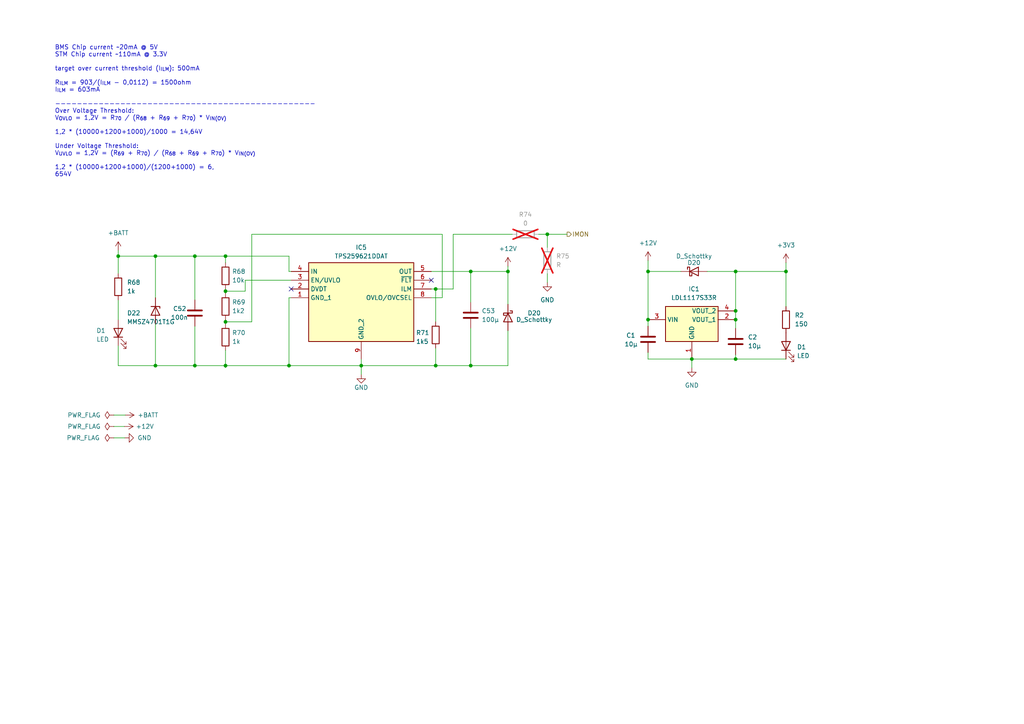
<source format=kicad_sch>
(kicad_sch (version 20230121) (generator eeschema)
  (paper "A4")
  (lib_symbols
    (symbol "Device:C" (pin_numbers hide) (pin_names (offset 0.254))
      (property "Reference" "C" (at 0.635 2.54 0))
      (property "Value" "C" (at 0.635 -2.54 0))
      (symbol "C_0_1"
        (polyline (pts (xy -2.032 -0.762) (xy 2.032 -0.762)) (stroke (width 0.508)))
        (polyline (pts (xy -2.032 0.762) (xy 2.032 0.762)) (stroke (width 0.508)))
      )
      (symbol "C_1_1"
        (pin passive line (at 0 3.81 270) (length 2.794) (name "~") (number "1"))
        (pin passive line (at 0 -3.81 90) (length 2.794) (name "~") (number "2"))
      )
    )
    (symbol "Device:D_Schottky" (pin_numbers hide) (pin_names (offset 1.016) hide)
      (property "Reference" "D" (at 0 2.54 0))
      (property "Value" "D_Schottky" (at 0 -2.54 0))
      (symbol "D_Schottky_0_1"
        (polyline (pts (xy 1.27 0) (xy -1.27 0)))
        (polyline (pts (xy 1.27 1.27) (xy 1.27 -1.27) (xy -1.27 0) (xy 1.27 1.27)) (stroke (width 0.254)))
        (polyline (pts (xy -1.905 0.635) (xy -1.905 1.27) (xy -1.27 1.27) (xy -1.27 -1.27) (xy -0.635 -1.27) (xy -0.635 -0.635)) (stroke (width 0.254)))
      )
      (symbol "D_Schottky_1_1"
        (pin passive line (at -3.81 0 0) (length 2.54) (name "K") (number "1"))
        (pin passive line (at 3.81 0 180) (length 2.54) (name "A") (number "2"))
      )
    )
    (symbol "Device:D_Zener" (pin_numbers hide) (pin_names (offset 1.016) hide)
      (property "Reference" "D" (at 0 2.54 0))
      (property "Value" "D_Zener" (at 0 -2.54 0))
      (symbol "D_Zener_0_1"
        (polyline (pts (xy 1.27 0) (xy -1.27 0)))
        (polyline (pts (xy -1.27 -1.27) (xy -1.27 1.27) (xy -0.762 1.27)) (stroke (width 0.254)))
        (polyline (pts (xy 1.27 -1.27) (xy 1.27 1.27) (xy -1.27 0) (xy 1.27 -1.27)) (stroke (width 0.254)))
      )
      (symbol "D_Zener_1_1"
        (pin passive line (at -3.81 0 0) (length 2.54) (name "K") (number "1"))
        (pin passive line (at 3.81 0 180) (length 2.54) (name "A") (number "2"))
      )
    )
    (symbol "Device:R" (pin_numbers hide) (pin_names (offset 0))
      (property "Reference" "R" (at 2.032 0 90))
      (property "Value" "R" (at 0 0 90))
      (symbol "R_0_1"
        (rectangle (start -1.016 -2.54) (end 1.016 2.54) (stroke (width 0.254)))
      )
      (symbol "R_1_1"
        (pin passive line (at 0 3.81 270) (length 1.27) (name "~") (number "1"))
        (pin passive line (at 0 -3.81 90) (length 1.27) (name "~") (number "2"))
      )
    )
    (symbol "FaSTTUBe_LEDs:0603_red" (pin_numbers hide) (pin_names (offset 1.016) hide)
      (property "Reference" "D" (at 0 2.54 0))
      (property "Value" "0603_red" (at 0 -3.81 0))
      (symbol "0603_red_0_1"
        (polyline (pts (xy -1.27 -1.27) (xy -1.27 1.27)) (stroke (width 0.254)))
        (polyline (pts (xy -1.27 0) (xy 1.27 0)))
        (polyline (pts (xy 1.27 -1.27) (xy 1.27 1.27) (xy -1.27 0) (xy 1.27 -1.27)) (stroke (width 0.254)))
        (polyline (pts (xy -3.048 -0.762) (xy -4.572 -2.286) (xy -3.81 -2.286) (xy -4.572 -2.286) (xy -4.572 -1.524)))
        (polyline (pts (xy -1.778 -0.762) (xy -3.302 -2.286) (xy -2.54 -2.286) (xy -3.302 -2.286) (xy -3.302 -1.524)))
      )
      (symbol "0603_red_1_1"
        (pin passive line (at -3.81 0 0) (length 2.54) (name "K") (number "1"))
        (pin passive line (at 3.81 0 180) (length 2.54) (name "A") (number "2"))
      )
    )
    (symbol "LDO:LDL1117S33R"
      (property "Reference" "IC7" (at 13.335 7.62 0))
      (property "Value" "LDL1117S33R" (at 13.335 5.08 0))
      (symbol "LDL1117S33R_1_1"
        (rectangle (start 5.08 2.54) (end 20.32 -7.62) (stroke (width 0.254)) (fill (type background)))
        (pin power_in line (at 12.7 -12.7 90) (length 5.08) (name "GND") (number "1"))
        (pin power_out line (at 25.4 -1.27 180) (length 5.08) (name "VOUT_1") (number "2"))
        (pin input line (at 0 -1.27 0) (length 5.08) (name "VIN") (number "3"))
        (pin passive line (at 25.4 1.27 180) (length 5.08) (name "VOUT_2") (number "4"))
      )
    )
    (symbol "TPS259621DDAT:TPS259621DDAT"
      (property "Reference" "IC5" (at 20.32 6.985 0))
      (property "Value" "TPS259621DDAT" (at 20.32 4.445 0))
      (symbol "TPS259621DDAT_1_1"
        (rectangle (start 5.08 2.54) (end 35.56 -20.32) (stroke (width 0.254)) (fill (type background)))
        (pin passive line (at 0 -7.62 0) (length 5.08) (name "GND_1") (number "1"))
        (pin passive line (at 0 -5.08 0) (length 5.08) (name "DVDT") (number "2"))
        (pin passive line (at 0 -2.54 0) (length 5.08) (name "EN/UVLO") (number "3"))
        (pin passive line (at 0 0 0) (length 5.08) (name "IN") (number "4"))
        (pin passive line (at 40.64 0 180) (length 5.08) (name "OUT") (number "5"))
        (pin passive line (at 40.64 -2.54 180) (length 5.08) (name "~{FLT}") (number "6"))
        (pin passive line (at 40.64 -5.08 180) (length 5.08) (name "ILM") (number "7"))
        (pin passive line (at 40.64 -7.62 180) (length 5.08) (name "OVLO/OVCSEL") (number "8"))
        (pin passive line (at 20.32 -25.4 90) (length 5.08) (name "GND_2") (number "9"))
      )
    )
    (symbol "power:+12V" (power) (pin_names (offset 0))
      (property "Value" "+12V" (at 0 3.556 0))
      (symbol "+12V_0_1"
        (polyline (pts (xy -0.762 1.27) (xy 0 2.54)))
        (polyline (pts (xy 0 0) (xy 0 2.54)))
        (polyline (pts (xy 0 2.54) (xy 0.762 1.27)))
      )
      (symbol "+12V_1_1"
        (pin power_in line (at 0 0 90) (length 0) hide (name "+12V") (number "1"))
      )
    )
    (symbol "power:+3V3" (power) (pin_names (offset 0))
      (property "Value" "+3V3" (at 0 3.556 0))
      (symbol "+3V3_0_1"
        (polyline (pts (xy -0.762 1.27) (xy 0 2.54)))
        (polyline (pts (xy 0 0) (xy 0 2.54)))
        (polyline (pts (xy 0 2.54) (xy 0.762 1.27)))
      )
      (symbol "+3V3_1_1"
        (pin power_in line (at 0 0 90) (length 0) hide (name "+3V3") (number "1"))
      )
    )
    (symbol "power:+BATT" (power) (pin_names (offset 0))
      (property "Value" "+BATT" (at 0 3.556 0))
      (symbol "+BATT_0_1"
        (polyline (pts (xy -0.762 1.27) (xy 0 2.54)))
        (polyline (pts (xy 0 0) (xy 0 2.54)))
        (polyline (pts (xy 0 2.54) (xy 0.762 1.27)))
      )
      (symbol "+BATT_1_1"
        (pin power_in line (at 0 0 90) (length 0) hide (name "+BATT") (number "1"))
      )
    )
    (symbol "power:GND" (power) (pin_names (offset 0))
      (property "Value" "GND" (at 0 -3.81 0))
      (symbol "GND_0_1"
        (polyline (pts (xy 0 0) (xy 0 -1.27) (xy 1.27 -1.27) (xy 0 -2.54) (xy -1.27 -1.27) (xy 0 -1.27)))
      )
      (symbol "GND_1_1"
        (pin power_in line (at 0 0 270) (length 0) hide (name "GND") (number "1"))
      )
    )
    (symbol "power:PWR_FLAG" (power) (pin_numbers hide) (pin_names (offset 0) hide)
      (property "Value" "PWR_FLAG" (at 0 3.81 0))
      (symbol "PWR_FLAG_0_0"
        (pin power_out line (at 0 0 90) (length 0) (name "pwr") (number "1"))
      )
      (symbol "PWR_FLAG_0_1"
        (polyline (pts (xy 0 0) (xy 0 1.27) (xy -1.016 1.905) (xy 0 2.54) (xy 1.016 1.905) (xy 0 1.27)))
      )
    )
  )
  (junction (at 187.96 78.74))
  (junction (at 147.32 78.74))
  (junction (at 65.405 74.295))
  (junction (at 65.405 93.345))
  (junction (at 34.29 74.295))
  (junction (at 65.405 84.455))
  (junction (at 227.965 78.74))
  (junction (at 65.405 106.045))
  (junction (at 136.525 106.045))
  (junction (at 213.36 104.14))
  (junction (at 213.36 78.74))
  (junction (at 136.525 78.74))
  (junction (at 126.365 106.045))
  (junction (at 56.515 74.295))
  (junction (at 104.775 106.045))
  (junction (at 213.36 90.17))
  (junction (at 56.515 106.045))
  (junction (at 187.96 92.71))
  (junction (at 45.085 106.045))
  (junction (at 126.365 83.82))
  (junction (at 83.82 106.045))
  (junction (at 213.36 92.71))
  (junction (at 200.66 104.14))
  (junction (at 158.75 67.945))
  (junction (at 45.085 74.295))
  (no_connect (at 84.455 83.82))
  (no_connect (at 125.095 81.28))
  (wire (pts (xy 104.775 108.585) (xy 104.775 106.045)))
  (wire (pts (xy 83.82 86.36) (xy 84.455 86.36)))
  (wire (pts (xy 65.405 106.045) (xy 65.405 106.68)))
  (wire (pts (xy 65.405 74.295) (xy 83.82 74.295)))
  (wire (pts (xy 65.405 106.045) (xy 83.82 106.045)))
  (wire (pts (xy 83.82 106.045) (xy 104.775 106.045)))
  (wire (pts (xy 45.085 74.295) (xy 56.515 74.295)))
  (wire (pts (xy 131.445 67.945) (xy 148.59 67.945)))
  (wire (pts (xy 34.29 74.295) (xy 34.29 72.644)))
  (wire (pts (xy 213.36 92.71) (xy 213.36 95.25)))
  (wire (pts (xy 65.405 92.71) (xy 65.405 93.345)))
  (wire (pts (xy 131.445 83.82) (xy 131.445 67.945)))
  (wire (pts (xy 73.025 67.945) (xy 128.27 67.945)))
  (wire (pts (xy 126.365 83.82) (xy 131.445 83.82)))
  (wire (pts (xy 65.405 84.455) (xy 65.405 85.09)))
  (wire (pts (xy 158.75 81.915) (xy 158.75 79.375)))
  (wire (pts (xy 147.32 106.045) (xy 136.525 106.045)))
  (wire (pts (xy 213.36 104.14) (xy 227.965 104.14)))
  (wire (pts (xy 136.525 95.25) (xy 136.525 106.045)))
  (wire (pts (xy 65.405 106.045) (xy 56.515 106.045)))
  (wire (pts (xy 71.12 81.28) (xy 71.12 84.455)))
  (wire (pts (xy 71.12 84.455) (xy 65.405 84.455)))
  (wire (pts (xy 187.96 102.235) (xy 187.96 104.14)))
  (wire (pts (xy 45.085 106.045) (xy 56.515 106.045)))
  (wire (pts (xy 187.96 104.14) (xy 200.66 104.14)))
  (wire (pts (xy 213.36 102.87) (xy 213.36 104.14)))
  (wire (pts (xy 65.405 101.6) (xy 65.405 106.045)))
  (wire (pts (xy 227.965 78.74) (xy 227.965 88.9)))
  (wire (pts (xy 65.405 76.2) (xy 65.405 74.295)))
  (wire (pts (xy 147.32 95.885) (xy 147.32 106.045)))
  (wire (pts (xy 147.32 77.216) (xy 147.32 78.74)))
  (wire (pts (xy 34.29 106.045) (xy 45.085 106.045)))
  (wire (pts (xy 200.66 104.14) (xy 200.66 106.68)))
  (wire (pts (xy 33.02 120.396) (xy 36.322 120.396)))
  (wire (pts (xy 213.36 90.17) (xy 213.36 92.71)))
  (wire (pts (xy 136.525 78.74) (xy 136.525 87.63)))
  (wire (pts (xy 56.515 74.295) (xy 65.405 74.295)))
  (wire (pts (xy 213.36 78.74) (xy 227.965 78.74)))
  (wire (pts (xy 227.965 76.2) (xy 227.965 78.74)))
  (wire (pts (xy 187.96 92.71) (xy 187.96 94.615)))
  (wire (pts (xy 128.27 67.945) (xy 128.27 86.36)))
  (wire (pts (xy 158.75 67.945) (xy 164.465 67.945)))
  (wire (pts (xy 147.32 78.74) (xy 147.32 88.265)))
  (wire (pts (xy 56.515 86.995) (xy 56.515 74.295)))
  (wire (pts (xy 158.75 71.755) (xy 158.75 67.945)))
  (wire (pts (xy 33.02 123.698) (xy 36.068 123.698)))
  (wire (pts (xy 83.82 86.36) (xy 83.82 106.045)))
  (wire (pts (xy 56.515 94.615) (xy 56.515 106.045)))
  (wire (pts (xy 125.095 83.82) (xy 126.365 83.82)))
  (wire (pts (xy 126.365 100.965) (xy 126.365 106.045)))
  (wire (pts (xy 213.36 104.14) (xy 200.66 104.14)))
  (wire (pts (xy 65.405 83.82) (xy 65.405 84.455)))
  (wire (pts (xy 187.96 75.565) (xy 187.96 78.74)))
  (wire (pts (xy 126.365 106.045) (xy 136.525 106.045)))
  (wire (pts (xy 33.02 127) (xy 36.195 127)))
  (wire (pts (xy 65.405 93.345) (xy 65.405 93.98)))
  (wire (pts (xy 187.96 78.74) (xy 197.485 78.74)))
  (wire (pts (xy 34.29 79.375) (xy 34.29 74.295)))
  (wire (pts (xy 73.025 93.345) (xy 73.025 67.945)))
  (wire (pts (xy 45.085 93.98) (xy 45.085 106.045)))
  (wire (pts (xy 187.96 78.74) (xy 187.96 92.71)))
  (wire (pts (xy 34.29 74.295) (xy 45.085 74.295)))
  (wire (pts (xy 34.29 86.995) (xy 34.29 92.71)))
  (wire (pts (xy 45.085 86.36) (xy 45.085 74.295)))
  (wire (pts (xy 83.82 74.295) (xy 83.82 78.74)))
  (wire (pts (xy 84.455 81.28) (xy 71.12 81.28)))
  (wire (pts (xy 34.29 100.33) (xy 34.29 106.045)))
  (wire (pts (xy 213.36 78.74) (xy 213.36 90.17)))
  (wire (pts (xy 104.775 104.14) (xy 104.775 106.045)))
  (wire (pts (xy 156.21 67.945) (xy 158.75 67.945)))
  (wire (pts (xy 126.365 83.82) (xy 126.365 93.345)))
  (wire (pts (xy 128.27 86.36) (xy 125.095 86.36)))
  (wire (pts (xy 65.405 93.345) (xy 73.025 93.345)))
  (wire (pts (xy 205.105 78.74) (xy 213.36 78.74)))
  (wire (pts (xy 136.525 78.74) (xy 147.32 78.74)))
  (wire (pts (xy 83.82 78.74) (xy 84.455 78.74)))
  (wire (pts (xy 104.775 106.045) (xy 126.365 106.045)))
  (wire (pts (xy 125.095 78.74) (xy 136.525 78.74)))
  (text "BMS Chip current ~20mA @ 5V\nSTM Chip current ~110mA @ 3.3V\n\ntarget over current threshold (I_{ILM}): 500mA\n\nR_{ILM} = 903/(I_{ILM} - 0,0112) = 1500ohm\nI_{ILM} = 603mA\n\n------------------------------------------------\nOver Voltage Threshold:\nV_{OVLO} = 1,2V = R_{70} / (R_{68} + R_{69} + R_{70}) * V_{IN(OV)}\n\n1,2 * (10000+1200+1000)/1000 = 14,64V\n\nUnder Voltage Threshold:\nV_{UVLO} = 1,2V = (R_{69} + R_{70}) / (R_{68} + R_{69} + R_{70}) * V_{IN(OV)}\n\n1,2 * (10000+1200+1000)/(1200+1000) = 6,\n654V" (at 15.875 51.435 0) (effects (font (size 1.27 1.27)) (justify left bottom)))
  (hierarchical_label "IMON" (shape output) (at 164.465 67.945 0))
  (symbol (lib_id "Device:D_Schottky") (at 147.32 92.075 270) (unit 1)
    (property "Reference" "D20" (at 154.94 90.805 90))
    (property "Value" "D_Schottky" (at 154.94 92.71 90))
    (property "Footprint" "Slave:SODFL1608X59N" (effects hide))
    (instances (project "FT24-AMS_Slave-v5" (path "" (reference "D20") (unit 1)) (path "" (reference "D4") (unit 1))))
  )
  (symbol (lib_id "Device:R") (at 152.4 67.945 90) (unit 1) (dnp yes)
    (property "Reference" "R74" (at 152.4 62.23 90))
    (property "Value" "0" (at 152.4 64.77 90))
    (property "Footprint" "Resistor_SMD:R_0603_1608Metric" (effects hide))
  )
  (symbol (lib_id "Device:R") (at 65.405 80.01 0) (unit 1)
    (property "Reference" "R68" (at 67.31 78.74 0) (effects (justify left)))
    (property "Value" "10k" (at 67.31 81.28 0) (effects (justify left)))
    (property "Footprint" "Resistor_SMD:R_0603_1608Metric" (effects hide))
    (instances (project "FT24-AMS_Slave-v5" (path "" (reference "R68") (unit 1)) (path "" (reference "R70") (unit 1))))
  )
  (symbol (lib_id "power:+3V3") (at 227.965 76.2 0) (unit 1)
    (property "Reference" "#PWR07" (effects hide))
    (property "Value" "+3V3" (at 227.965 71.12 0))
    (instances (project "FT24-AMS_Slave-v5" (path "" (reference "#PWR07") (unit 1)) (path "" (reference "#PWR061") (unit 1))))
  )
  (symbol (lib_id "power:+12V") (at 187.96 75.565 0) (unit 1)
    (property "Reference" "#PWR05" (effects hide))
    (property "Value" "+12V" (at 187.96 70.485 0))
    (instances (project "FT24-AMS_Slave-v5" (path "" (reference "#PWR05") (unit 1)) (path "" (reference "#PWR059") (unit 1))))
  )
  (symbol (lib_id "power:+12V") (at 36.068 123.698 270) (unit 1)
    (property "Reference" "#PWR060" (effects hide))
    (property "Value" "+12V" (at 39.37 123.698 90) (effects (justify left)))
    (instances (project "FT24-AMS_Slave-v5" (path "" (reference "#PWR060") (unit 1)) (path "" (reference "#PWR079") (unit 1))))
  )
  (symbol (lib_id "power:GND") (at 36.195 127 90) (unit 1)
    (property "Reference" "#PWR029" (effects hide))
    (property "Value" "GND" (at 41.91 127 90))
    (instances (project "FT24-AMS_Slave-v5" (path "" (reference "#PWR029") (unit 1)) (path "" (reference "#PWR016") (unit 1)) (path "" (reference "#PWR016") (unit 1))))
  )
  (symbol (lib_id "power:+BATT") (at 36.322 120.396 270) (unit 1)
    (property "Reference" "#PWR028" (effects hide))
    (property "Value" "+BATT" (at 39.878 120.396 90) (effects (justify left)))
    (instances (project "FT24-AMS_Slave-v5" (path "" (reference "#PWR028") (unit 1)) (path "" (reference "#PWR018") (unit 1))))
  )
  (symbol (lib_id "power:GND") (at 158.75 81.915 0) (unit 1)
    (property "Reference" "#PWR06" (effects hide))
    (property "Value" "GND" (at 158.75 86.995 0))
    (instances (project "FT24-AMS_Slave-v5" (path "" (reference "#PWR06") (unit 1)) (path "" (reference "#PWR058") (unit 1))))
  )
  (symbol (lib_id "LDO:LDL1117S33R") (at 187.96 91.44 0) (unit 1)
    (property "Reference" "IC1" (at 201.295 83.82 0))
    (property "Value" "LDL1117S33R" (at 201.295 86.36 0))
    (property "Footprint" "Package_TO_SOT_SMD:SOT-223" (effects hide))
    (property "Datasheet" "https://componentsearchengine.com/Datasheets/2/LDL1117S33R.pdf" (effects hide))
    (property "Height" "1.8" (effects hide))
    (property "Mouser Part Number" "511-LDL1117S33R" (effects hide))
    (property "Mouser Price/Stock" "https://www.mouser.co.uk/ProductDetail/STMicroelectronics/LDL1117S33R?qs=AQlKX63v8Rt9Bf6AWSrbFg%3D%3D" (effects hide))
    (property "Manufacturer_Name" "STMicroelectronics" (effects hide))
    (property "Manufacturer_Part_Number" "LDL1117S33R" (effects hide))
    (instances (project "FT24-AMS_Slave-v5" (path "" (reference "IC1") (unit 1)) (path "" (reference "IC7") (unit 1))))
  )
  (symbol (lib_id "power:+BATT") (at 34.29 72.644 0) (unit 1)
    (property "Reference" "#PWR028" (effects hide))
    (property "Value" "+BATT" (at 34.29 67.564 0))
    (instances (project "FT24-AMS_Slave-v5" (path "" (reference "#PWR028") (unit 1)) (path "" (reference "#PWR055") (unit 1))))
  )
  (symbol (lib_id "FaSTTUBe_LEDs:0603_red") (at 227.965 100.33 90) (unit 1)
    (property "Reference" "D1" (at 231.14 100.6475 90) (effects (justify right)))
    (property "Value" "LED" (at 231.14 103.1875 90) (effects (justify right)))
    (property "Footprint" "LED_SMD:LED_0603_1608Metric" (effects hide))
    (instances (project "FT24-AMS_Slave-v5" (path "" (reference "D1") (unit 1)) (path "" (reference "D26") (unit 1))))
  )
  (symbol (lib_id "Device:D_Zener") (at 45.085 90.17 270) (unit 1)
    (property "Reference" "D22" (at 36.83 90.805 90) (effects (justify left)))
    (property "Value" "MMSZ4701T1G" (at 36.83 93.345 90) (effects (justify left)))
    (property "Footprint" "Diode_SMD:D_SOD-123" (effects hide))
    (instances (project "FT24-AMS_Slave-v5" (path "" (reference "D22") (unit 1)) (path "" (reference "D23") (unit 1))))
  )
  (symbol (lib_id "Device:C") (at 56.515 90.805 0) (unit 1)
    (property "Reference" "C52" (at 50.165 89.535 0) (effects (justify left)))
    (property "Value" "100n" (at 49.53 92.075 0) (effects (justify left)))
    (property "Footprint" "Capacitor_SMD:C_0603_1608Metric" (effects hide))
    (instances (project "FT24-AMS_Slave-v5" (path "" (reference "C52") (unit 1)) (path "" (reference "C50") (unit 1))))
  )
  (symbol (lib_id "Device:R") (at 65.405 97.79 0) (unit 1)
    (property "Reference" "R70" (at 67.31 96.52 0) (effects (justify left)))
    (property "Value" "1k" (at 67.31 99.06 0) (effects (justify left)))
    (property "Footprint" "Resistor_SMD:R_0603_1608Metric" (effects hide))
    (instances (project "FT24-AMS_Slave-v5" (path "" (reference "R70") (unit 1)) (path "" (reference "R72") (unit 1))))
  )
  (symbol (lib_id "TPS259621DDAT:TPS259621DDAT") (at 84.455 78.74 0) (unit 1)
    (property "Reference" "IC5" (at 104.775 71.755 0))
    (property "Value" "TPS259621DDAT" (at 104.775 74.295 0))
    (property "Footprint" "Slave:SOIC127P600X170-9N" (effects hide))
    (property "Datasheet" "https://www.ti.com/lit/gpn/TPS2596" (effects hide))
    (property "Height" "1.7" (effects hide))
    (property "Mouser Part Number" "595-TPS259621DDAT" (effects hide))
    (property "Mouser Price/Stock" "https://www.mouser.co.uk/ProductDetail/Texas-Instruments/TPS259621DDAT?qs=XeJtXLiO41RIvFY51dY0JA%3D%3D" (effects hide))
    (property "Manufacturer_Name" "Texas Instruments" (effects hide))
    (property "Manufacturer_Part_Number" "TPS259621DDAT" (effects hide))
    (instances (project "FT24-AMS_Slave-v5" (path "" (reference "IC5") (unit 1)) (path "" (reference "IC6") (unit 1))))
  )
  (symbol (lib_id "power:+12V") (at 147.32 77.216 0) (unit 1)
    (property "Reference" "#PWR060" (effects hide))
    (property "Value" "+12V" (at 147.32 72.136 0))
    (instances (project "FT24-AMS_Slave-v5" (path "" (reference "#PWR060") (unit 1)) (path "" (reference "#PWR057") (unit 1))))
  )
  (symbol (lib_id "Device:R") (at 158.75 75.565 0) (unit 1) (dnp yes)
    (property "Reference" "R75" (at 161.29 74.295 0) (effects (justify left)))
    (property "Value" "R" (at 161.29 76.835 0) (effects (justify left)))
    (property "Footprint" "Resistor_SMD:R_0603_1608Metric" (effects hide))
  )
  (symbol (lib_id "power:PWR_FLAG") (at 33.02 127 90) (unit 1)
    (property "Reference" "#FLG05" (effects hide))
    (property "Value" "PWR_FLAG" (at 24.13 127 90))
    (instances (project "FT24-AMS_Slave-v5" (path "" (reference "#FLG05") (unit 1)) (path "" (reference "#FLG02") (unit 1))))
  )
  (symbol (lib_id "Device:R") (at 34.29 83.185 0) (unit 1)
    (property "Reference" "R68" (at 36.83 81.915 0) (effects (justify left)))
    (property "Value" "1k" (at 36.83 84.455 0) (effects (justify left)))
    (property "Footprint" "Resistor_SMD:R_0603_1608Metric" (effects hide))
    (instances (project "FT24-AMS_Slave-v5" (path "" (reference "R68") (unit 1)) (path "" (reference "R69") (unit 1))))
  )
  (symbol (lib_id "Device:C") (at 136.525 91.44 0) (unit 1)
    (property "Reference" "C53" (at 139.7 90.17 0) (effects (justify left)))
    (property "Value" "100µ" (at 139.7 92.71 0) (effects (justify left)))
    (property "Footprint" "Capacitor_SMD:CP_Elec_6.3x7.7" (effects hide))
    (instances (project "FT24-AMS_Slave-v5" (path "" (reference "C53") (unit 1)) (path "" (reference "C51") (unit 1))))
  )
  (symbol (lib_id "power:GND") (at 200.66 106.68 0) (unit 1)
    (property "Reference" "#PWR06" (effects hide))
    (property "Value" "GND" (at 200.66 111.76 0))
    (instances (project "FT24-AMS_Slave-v5" (path "" (reference "#PWR06") (unit 1)) (path "" (reference "#PWR060") (unit 1))))
  )
  (symbol (lib_id "Device:R") (at 65.405 88.9 0) (unit 1)
    (property "Reference" "R69" (at 67.31 87.63 0) (effects (justify left)))
    (property "Value" "1k2" (at 67.31 90.17 0) (effects (justify left)))
    (property "Footprint" "Resistor_SMD:R_0603_1608Metric" (effects hide))
    (instances (project "FT24-AMS_Slave-v5" (path "" (reference "R69") (unit 1)) (path "" (reference "R71") (unit 1))))
  )
  (symbol (lib_id "Device:R") (at 227.965 92.71 0) (unit 1)
    (property "Reference" "R2" (at 230.505 91.44 0) (effects (justify left)))
    (property "Value" "150" (at 230.505 93.98 0) (effects (justify left)))
    (property "Footprint" "Resistor_SMD:R_0603_1608Metric" (effects hide))
    (instances (project "FT24-AMS_Slave-v5" (path "" (reference "R2") (unit 1)) (path "" (reference "R76") (unit 1))))
  )
  (symbol (lib_id "power:PWR_FLAG") (at 33.02 123.698 90) (unit 1)
    (property "Reference" "#FLG08" (effects hide))
    (property "Value" "PWR_FLAG" (at 24.384 123.698 90))
  )
  (symbol (lib_id "power:GND") (at 104.775 108.585 0) (unit 1)
    (property "Reference" "#PWR056" (effects hide))
    (property "Value" "GND" (at 104.775 112.395 0))
  )
  (symbol (lib_id "Device:D_Schottky") (at 201.295 78.74 0) (unit 1)
    (property "Reference" "D20" (at 201.295 76.2 0))
    (property "Value" "D_Schottky" (at 201.295 74.295 0))
    (property "Footprint" "Slave:SODFL1608X59N" (effects hide))
    (instances (project "FT24-AMS_Slave-v5" (path "" (reference "D20") (unit 1)) (path "" (reference "D25") (unit 1))))
  )
  (symbol (lib_id "FaSTTUBe_LEDs:0603_red") (at 34.29 96.52 90) (unit 1)
    (property "Reference" "D1" (at 27.94 95.885 90) (effects (justify right)))
    (property "Value" "LED" (at 27.94 98.425 90) (effects (justify right)))
    (property "Footprint" "LED_SMD:LED_0603_1608Metric" (effects hide))
    (instances (project "FT24-AMS_Slave-v5" (path "" (reference "D1") (unit 1)) (path "" (reference "D22") (unit 1))))
  )
  (symbol (lib_id "Device:C") (at 213.36 99.06 0) (unit 1)
    (property "Reference" "C2" (at 216.916 97.79 0) (effects (justify left)))
    (property "Value" "10µ" (at 216.916 100.33 0) (effects (justify left)))
    (property "Footprint" "Capacitor_SMD:C_0805_2012Metric" (effects hide))
    (instances (project "FT24-AMS_Slave-v5" (path "" (reference "C2") (unit 1)) (path "" (reference "C53") (unit 1))))
  )
  (symbol (lib_id "Device:C") (at 187.96 98.425 0) (unit 1)
    (property "Reference" "C1" (at 181.61 97.282 0) (effects (justify left)))
    (property "Value" "10µ" (at 181.102 99.822 0) (effects (justify left)))
    (property "Footprint" "Capacitor_SMD:C_0805_2012Metric" (effects hide))
    (instances (project "FT24-AMS_Slave-v5" (path "" (reference "C1") (unit 1)) (path "" (reference "C52") (unit 1))))
  )
  (symbol (lib_id "Device:R") (at 126.365 97.155 0) (unit 1)
    (property "Reference" "R71" (at 120.65 96.52 0) (effects (justify left)))
    (property "Value" "1k5" (at 120.65 99.06 0) (effects (justify left)))
    (property "Footprint" "Resistor_SMD:R_0603_1608Metric" (effects hide))
    (instances (project "FT24-AMS_Slave-v5" (path "" (reference "R71") (unit 1)) (path "" (reference "R73") (unit 1))))
  )
  (symbol (lib_id "power:PWR_FLAG") (at 33.02 120.396 90) (unit 1)
    (property "Reference" "#FLG04" (effects hide))
    (property "Value" "PWR_FLAG" (at 24.384 120.396 90))
  )
)
</source>
